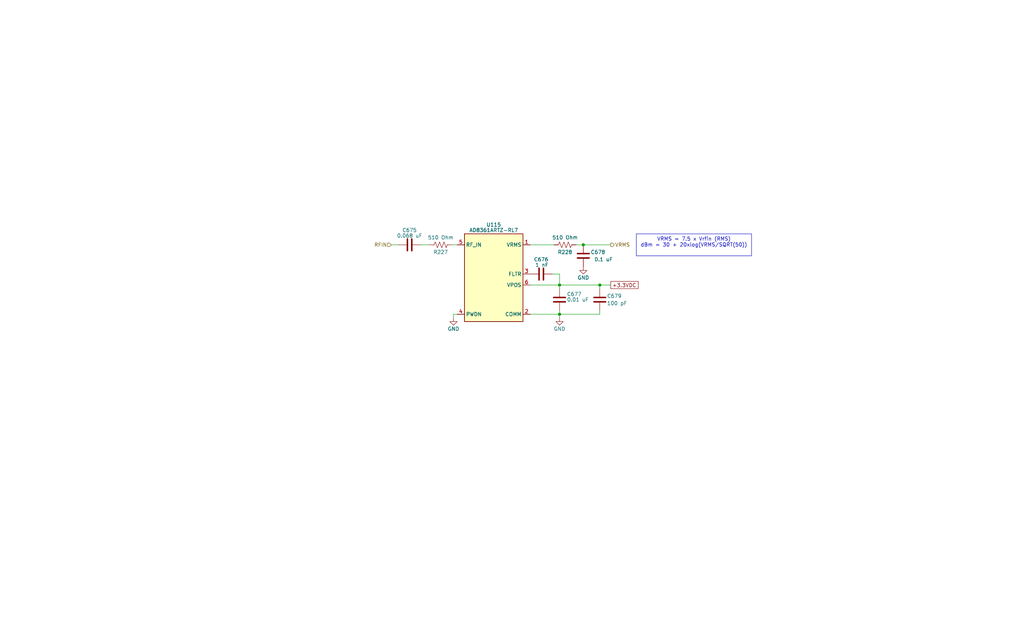
<source format=kicad_sch>
(kicad_sch (version 20231120) (generator "eeschema") (generator_version "8.0")
  (paper "USLegal")
  (title_block (title "LWA ARX  Rev I") (date "2024-11-15") (rev "2.0"))
  (lib_symbols
    (symbol "Device:C" (pin_numbers hide) (pin_names (offset 0.254))
      (property "Reference" "C" (at 0.635 2.54 0))
      (property "Value" "C" (at 0.635 -2.54 0))
      (symbol "C_0_1"
        (polyline (pts (xy -2.032 -0.762) (xy 2.032 -0.762)) (stroke (width 0.508)))
        (polyline (pts (xy -2.032 0.762) (xy 2.032 0.762)) (stroke (width 0.508)))
      )
      (symbol "C_1_1"
        (pin passive line (at 0 3.81 270) (length 2.794) (name "~") (number "1"))
        (pin passive line (at 0 -3.81 90) (length 2.794) (name "~") (number "2"))
      )
    )
    (symbol "Device:R_US" (pin_numbers hide) (pin_names (offset 0))
      (property "Reference" "R" (at 2.54 0 90))
      (property "Value" "R_US" (at -2.54 0 90))
      (symbol "R_US_0_1"
        (polyline (pts (xy 0 -2.286) (xy 0 -2.54)))
        (polyline (pts (xy 0 2.286) (xy 0 2.54)))
        (polyline (pts (xy 0 -0.762) (xy 1.016 -1.143) (xy 0 -1.524) (xy -1.016 -1.905) (xy 0 -2.286)))
        (polyline (pts (xy 0 0.762) (xy 1.016 0.381) (xy 0 0) (xy -1.016 -0.381) (xy 0 -0.762)))
        (polyline (pts (xy 0 2.286) (xy 1.016 1.905) (xy 0 1.524) (xy -1.016 1.143) (xy 0 0.762)))
      )
      (symbol "R_US_1_1"
        (pin passive line (at 0 3.81 270) (length 1.27) (name "~") (number "1"))
        (pin passive line (at 0 -3.81 90) (length 1.27) (name "~") (number "2"))
      )
    )
    (symbol "LWA_RF:AD8361ARTZ-RL7"
      (property "Reference" "U" (at -8.89 19.05 0))
      (property "Value" "AD8361ARTZ-RL7" (at -1.27 16.51 0))
      (symbol "AD8361ARTZ-RL7_0_1"
        (rectangle (start -10.16 15.24) (end 10.16 -15.24) (stroke (width 0.254)) (fill (type background)))
      )
      (symbol "AD8361ARTZ-RL7_1_1"
        (pin output line (at 12.7 11.43 180) (length 2.54) (name "VRMS") (number "1"))
        (pin power_in line (at 12.7 -12.7 180) (length 2.54) (name "COMM") (number "2"))
        (pin input line (at 12.7 1.27 180) (length 2.54) (name "FLTR") (number "3"))
        (pin input line (at -12.7 -12.7 0) (length 2.54) (name "PWDN") (number "4"))
        (pin input line (at -12.7 11.43 0) (length 2.54) (name "RF_IN") (number "5"))
        (pin power_in line (at 12.7 -2.54 180) (length 2.54) (name "VPOS") (number "6"))
      )
    )
    (symbol "power:GND" (power) (pin_names (offset 0))
      (property "Value" "GND" (at 0 -3.81 0))
      (symbol "GND_0_1"
        (polyline (pts (xy 0 0) (xy 0 -1.27) (xy 1.27 -1.27) (xy 0 -2.54) (xy -1.27 -1.27) (xy 0 -1.27)))
      )
      (symbol "GND_1_1"
        (pin power_in line (at 0 0 270) (length 0) hide (name "GND") (number "1"))
      )
    )
  )
  (junction (at 194.31 99.06))
  (junction (at 202.565 85.09))
  (junction (at 194.31 109.22))
  (junction (at 208.28 99.06))
  (wire (pts (xy 194.31 100.33) (xy 194.31 99.06)))
  (wire (pts (xy 135.89 85.09) (xy 138.43 85.09)))
  (wire (pts (xy 194.31 109.22) (xy 194.31 110.49)))
  (wire (pts (xy 202.565 85.09) (xy 212.09 85.09)))
  (wire (pts (xy 184.15 109.22) (xy 194.31 109.22)))
  (wire (pts (xy 194.31 99.06) (xy 208.28 99.06)))
  (wire (pts (xy 208.28 99.06) (xy 212.09 99.06)))
  (wire (pts (xy 200.025 85.09) (xy 202.565 85.09)))
  (wire (pts (xy 208.28 109.22) (xy 194.31 109.22)))
  (wire (pts (xy 194.31 95.25) (xy 194.31 99.06)))
  (wire (pts (xy 158.75 109.22) (xy 157.48 109.22)))
  (wire (pts (xy 157.48 109.22) (xy 157.48 110.49)))
  (wire (pts (xy 191.77 95.25) (xy 194.31 95.25)))
  (wire (pts (xy 208.28 107.95) (xy 208.28 109.22)))
  (wire (pts (xy 208.28 100.33) (xy 208.28 99.06)))
  (wire (pts (xy 146.05 85.09) (xy 149.225 85.09)))
  (wire (pts (xy 184.15 99.06) (xy 194.31 99.06)))
  (wire (pts (xy 156.845 85.09) (xy 158.75 85.09)))
  (wire (pts (xy 194.31 109.22) (xy 194.31 107.95)))
  (wire (pts (xy 184.15 85.09) (xy 192.405 85.09)))
  (text_box "VRMS = 7.5 x Vrfin (RMS)\ndBm = 30 + 20xlog(VRMS/SQRT(50))" (at 220.98 81.28 0) (size 40.005 7.62) (effects (font (size 1.27 1.27)) (justify top)))
  (global_label "+3.3VDC" (shape passive) (at 212.09 99.06 0) (property "Intersheetrefs" "${INTERSHEET_REFS}" (effects (hide yes))))
  (hierarchical_label "RFIN" (shape input) (at 135.89 85.09 180))
  (hierarchical_label "VRMS" (shape output) (at 212.09 85.09 0))
  (symbol (lib_id "power:GND") (at 202.565 92.71 0) (mirror y) (unit 1)
    (property "Reference" "#PWR0663" (effects (hide yes)))
    (property "Value" "GND" (at 202.565 96.52 0))
    (instances (project "ARX" (path "" (reference "#PWR0663") (unit 1)) (path "" (reference "#PWR0698") (unit 1)) (path "" (reference "#PWR0502") (unit 1)) (path "" (reference "#PWR0537") (unit 1)) (path "" (reference "#PWR0824") (unit 1)) (path "" (reference "#PWR0859") (unit 1)) (path "" (reference "#PWR0985") (unit 1)) (path "" (reference "#PWR01020") (unit 1)) (path "" (reference "#PWR01146") (unit 1)) (path "" (reference "#PWR01181") (unit 1)) (path "" (reference "#PWR0341") (unit 1)) (path "" (reference "#PWR0376") (unit 1)) (path "" (reference "#PWR0166") (unit 1)) (path "" (reference "#PWR098") (unit 1)) (path "" (reference "#PWR01307") (unit 1)) (path "" (reference "#PWR01342") (unit 1))))
  )
  (symbol (lib_id "Device:C") (at 208.28 104.14 180) (unit 1)
    (property "Reference" "C679" (at 215.9 102.87 0) (effects (justify left)))
    (property "Value" "100 pF" (at 217.805 105.41 0) (effects (justify left)))
    (property "Footprint" "LWA RF:C_1206_3216Metric_Pad1.6x1.8mm" (effects (hide yes)))
    (property "Datasheet" "https://connect.kemet.com:7667/gateway/IntelliData-ComponentDocumentation/1.0/download/datasheet/C1206X101KDRAC7800" (effects (hide yes)))
    (property "Description" "CAP CER 100PF 1KV X7R 1206" (effects (hide yes)))
    (property "MPN" "C1206X101KDRACTU" (effects (hide yes)))
    (property "MFGR" "KEMET" (effects (hide yes)))
    (property "Tolerance" "10%" (effects (hide yes)))
    (property "Power" "NA" (effects (hide yes)))
    (property "Voltage Rating" "250 V" (effects (hide yes)))
    (property "Unit Cost" "0.47" (effects (hide yes)))
    (property "Stock" "4236" (effects (hide yes)))
    (property "Stock Date" "06/20/2024" (effects (hide yes)))
    (property "Desc" "CAP CER 100PF 1KV X7R 1206" (effects (hide yes)))
    (property "Voltage" "1 kV" (effects (hide yes)))
    (property "Temp Coeff" "X7R" (effects (hide yes)))
    (property "MPN2" "C1206X101KDRAC7800" (effects (hide yes)))
    (instances (project "ARX" (path "" (reference "C679") (unit 1)) (path "" (reference "C717") (unit 1)) (path "" (reference "C510") (unit 1)) (path "" (reference "C548") (unit 1)) (path "" (reference "C848") (unit 1)) (path "" (reference "C886") (unit 1)) (path "" (reference "C1017") (unit 1)) (path "" (reference "C1055") (unit 1)) (path "" (reference "C1186") (unit 1)) (path "" (reference "C1224") (unit 1)) (path "" (reference "C341") (unit 1)) (path "" (reference "C379") (unit 1)) (path "" (reference "C148") (unit 1)) (path "" (reference "C77") (unit 1)) (path "" (reference "C1355") (unit 1)) (path "" (reference "C1393") (unit 1))))
  )
  (symbol (lib_id "LWA_RF:AD8361ARTZ-RL7") (at 171.45 96.52 0) (unit 1)
    (property "Reference" "U115" (at 171.45 78.105 0))
    (property "Value" "AD8361ARTZ-RL7" (at 171.45 80.01 0))
    (property "Footprint" "Package_TO_SOT_SMD:SOT-23-6" (effects (hide yes)))
    (property "Datasheet" "https://www.analog.com/media/en/technical-documentation/data-sheets/AD8361.pdf" (effects (hide yes)))
    (property "Description" "IC RF DETECT 100MHZ-2.5GHZ SOT23" (effects (hide yes)))
    (property "MFGR" "DNI" (effects (hide yes)))
    (property "MPN" "DNI" (effects (hide yes)))
    (property "Unit Cost" "0.00" (effects (hide yes)))
    (property "Stock" "12578" (effects (hide yes)))
    (property "Stock Date" "11/23/2023" (effects (hide yes)))
    (property "Desc" "IC RF DETECT 100MHZ-2.5GHZ SOT23" (effects (hide yes)))
    (property "MPN2" "Analog Devices Inc. / AD8361ARTZ-RL7 / Unit Cost: $8.84" (effects (hide yes)))
    (instances (project "ARX" (path "" (reference "U115") (unit 1)) (path "" (reference "U117") (unit 1)) (path "" (reference "U88") (unit 1)) (path "" (reference "U90") (unit 1)) (path "" (reference "U142") (unit 1)) (path "" (reference "U144") (unit 1)) (path "" (reference "U169") (unit 1)) (path "" (reference "U171") (unit 1)) (path "" (reference "U196") (unit 1)) (path "" (reference "U198") (unit 1)) (path "" (reference "U61") (unit 1)) (path "" (reference "U63") (unit 1)) (path "" (reference "U30") (unit 1)) (path "" (reference "U18") (unit 1)) (path "" (reference "U223") (unit 1)) (path "" (reference "U225") (unit 1))))
  )
  (symbol (lib_id "Device:C") (at 142.24 85.09 90) (mirror x) (unit 1)
    (property "Reference" "C675" (at 144.78 80.01 90) (effects (justify left)))
    (property "Value" "0.068 uF" (at 146.685 81.915 90) (effects (justify left)))
    (property "Footprint" "Capacitor_SMD:C_0805_2012Metric_Pad1.18x1.45mm_HandSolder" (effects (hide yes)))
    (property "Datasheet" "https://www.mouser.com/datasheet/2/281/1/GCM21BR71H683KA37_01A-3145900.pdf" (effects (hide yes)))
    (property "Description" "CAP CER 0.068UF 50V X7R 0805" (effects (hide yes)))
    (property "MFGR" "DNI" (effects (hide yes)))
    (property "MPN" "DNI" (effects (hide yes)))
    (property "Tolerance" "10%" (effects (hide yes)))
    (property "Voltage Rating" "50V" (effects (hide yes)))
    (property "Temp Coeff" "X7R" (effects (hide yes)))
    (property "Power" "NA" (effects (hide yes)))
    (property "Unit Cost" "0.0" (effects (hide yes)))
    (property "Stock" "10072" (effects (hide yes)))
    (property "Stock Date" "10/13/2023" (effects (hide yes)))
    (property "Desc" "CAP CER 0.068UF 50V X7R 0805" (effects (hide yes)))
    (property "MPN2" "Murata Electronics / GCM21BR71H683KA37L / Unit Cost:  $0.10" (effects (hide yes)))
    (instances (project "ARX" (path "" (reference "C675") (unit 1)) (path "" (reference "C713") (unit 1)) (path "" (reference "C506") (unit 1)) (path "" (reference "C544") (unit 1)) (path "" (reference "C844") (unit 1)) (path "" (reference "C882") (unit 1)) (path "" (reference "C1013") (unit 1)) (path "" (reference "C1051") (unit 1)) (path "" (reference "C1182") (unit 1)) (path "" (reference "C1220") (unit 1)) (path "" (reference "C337") (unit 1)) (path "" (reference "C375") (unit 1)) (path "" (reference "C144") (unit 1)) (path "" (reference "C73") (unit 1)) (path "" (reference "C1351") (unit 1)) (path "" (reference "C1389") (unit 1))))
  )
  (symbol (lib_id "Device:R_US") (at 196.215 85.09 270) (unit 1)
    (property "Reference" "R228" (at 196.215 87.63 90))
    (property "Value" "510 Ohm" (at 196.215 82.55 90))
    (property "Footprint" "Resistor_SMD:R_0805_2012Metric_Pad1.20x1.40mm_HandSolder" (effects (hide yes)))
    (property "Datasheet" "https://www.yageo.com/upload/media/product/app/datasheet/rchip/pyu-rc_group_51_rohs_l.pdf" (effects (hide yes)))
    (property "Description" "RES 510 OHM 1% 1/8W 0805" (effects (hide yes)))
    (property "MFGR" "YAGEO" (effects (hide yes)))
    (property "MPN" "RC0805FR-07510RL" (effects (hide yes)))
    (property "Tolerance" "1%" (effects (hide yes)))
    (property "Power" "0.125 W" (effects (hide yes)))
    (property "Temp Coeff" "NA" (effects (hide yes)))
    (property "Voltage Rating" "150 V" (effects (hide yes)))
    (property "Unit Cost" "0.1" (effects (hide yes)))
    (property "Stock" "101449" (effects (hide yes)))
    (property "Stock Date" "10/13/2023" (effects (hide yes)))
    (property "Desc" "RES 510 OHM 1% 1/8W 0805" (effects (hide yes)))
    (instances (project "ARX" (path "" (reference "R228") (unit 1)) (path "" (reference "R237") (unit 1)) (path "" (reference "R184") (unit 1)) (path "" (reference "R193") (unit 1)) (path "" (reference "R272") (unit 1)) (path "" (reference "R281") (unit 1)) (path "" (reference "R316") (unit 1)) (path "" (reference "R325") (unit 1)) (path "" (reference "R360") (unit 1)) (path "" (reference "R369") (unit 1)) (path "" (reference "R140") (unit 1)) (path "" (reference "R149") (unit 1)) (path "" (reference "R50") (unit 1)) (path "" (reference "R30") (unit 1)) (path "" (reference "R404") (unit 1)) (path "" (reference "R413") (unit 1))))
  )
  (symbol (lib_id "power:GND") (at 157.48 110.49 0) (unit 1)
    (property "Reference" "#PWR0661" (effects (hide yes)))
    (property "Value" "GND" (at 157.48 114.3 0))
    (instances (project "ARX" (path "" (reference "#PWR0661") (unit 1)) (path "" (reference "#PWR0696") (unit 1)) (path "" (reference "#PWR0500") (unit 1)) (path "" (reference "#PWR0535") (unit 1)) (path "" (reference "#PWR0822") (unit 1)) (path "" (reference "#PWR0857") (unit 1)) (path "" (reference "#PWR0983") (unit 1)) (path "" (reference "#PWR01018") (unit 1)) (path "" (reference "#PWR01144") (unit 1)) (path "" (reference "#PWR01179") (unit 1)) (path "" (reference "#PWR0339") (unit 1)) (path "" (reference "#PWR0374") (unit 1)) (path "" (reference "#PWR0164") (unit 1)) (path "" (reference "#PWR096") (unit 1)) (path "" (reference "#PWR01305") (unit 1)) (path "" (reference "#PWR01340") (unit 1))))
  )
  (symbol (lib_id "Device:C") (at 187.96 95.25 90) (mirror x) (unit 1)
    (property "Reference" "C676" (at 190.5 90.17 90) (effects (justify left)))
    (property "Value" "1 nF" (at 190.5 92.075 90) (effects (justify left)))
    (property "Footprint" "Capacitor_SMD:C_0805_2012Metric_Pad1.18x1.45mm_HandSolder" (effects (hide yes)))
    (property "Datasheet" "https://datasheets.kyocera-avx.com/KGM_X7R.pdf" (effects (hide yes)))
    (property "MFGR" "KYOCERA AVX" (effects (hide yes)))
    (property "MPN" "KGM21NR71H102KT" (effects (hide yes)))
    (property "Tolerance" "10%" (effects (hide yes)))
    (property "Voltage Rating" "50V" (effects (hide yes)))
    (property "Temp Coeff" "X7R" (effects (hide yes)))
    (property "Power" "NA" (effects (hide yes)))
    (property "Unit Cost" "0.10" (effects (hide yes)))
    (property "Stock" "374590" (effects (hide yes)))
    (property "Stock Date" "09/17/2023" (effects (hide yes)))
    (property "Desc" "CAP CER 1000PF 50V X7R 0805" (effects (hide yes)))
    (instances (project "ARX" (path "" (reference "C676") (unit 1)) (path "" (reference "C714") (unit 1)) (path "" (reference "C507") (unit 1)) (path "" (reference "C545") (unit 1)) (path "" (reference "C845") (unit 1)) (path "" (reference "C883") (unit 1)) (path "" (reference "C1014") (unit 1)) (path "" (reference "C1052") (unit 1)) (path "" (reference "C1183") (unit 1)) (path "" (reference "C1221") (unit 1)) (path "" (reference "C338") (unit 1)) (path "" (reference "C376") (unit 1)) (path "" (reference "C145") (unit 1)) (path "" (reference "C74") (unit 1)) (path "" (reference "C1352") (unit 1)) (path "" (reference "C1390") (unit 1))))
  )
  (symbol (lib_id "Device:R_US") (at 153.035 85.09 270) (unit 1)
    (property "Reference" "R227" (at 153.035 87.63 90))
    (property "Value" "510 Ohm" (at 153.035 82.55 90))
    (property "Footprint" "Resistor_SMD:R_0805_2012Metric_Pad1.20x1.40mm_HandSolder" (effects (hide yes)))
    (property "Datasheet" "https://www.yageo.com/upload/media/product/app/datasheet/rchip/pyu-rc_group_51_rohs_l.pdf" (effects (hide yes)))
    (property "Description" "RES 510 OHM 1% 1/8W 0805" (effects (hide yes)))
    (property "MFGR" "YAGEO" (effects (hide yes)))
    (property "MPN" "RC0805FR-07510RL" (effects (hide yes)))
    (property "Tolerance" "1%" (effects (hide yes)))
    (property "Power" "0.125 W" (effects (hide yes)))
    (property "Temp Coeff" "NA" (effects (hide yes)))
    (property "Voltage Rating" "150 V" (effects (hide yes)))
    (property "Unit Cost" "0.1" (effects (hide yes)))
    (property "Stock" "101449" (effects (hide yes)))
    (property "Stock Date" "10/13/2023" (effects (hide yes)))
    (property "Desc" "RES 510 OHM 1% 1/8W 0805" (effects (hide yes)))
    (instances (project "ARX" (path "" (reference "R227") (unit 1)) (path "" (reference "R236") (unit 1)) (path "" (reference "R183") (unit 1)) (path "" (reference "R192") (unit 1)) (path "" (reference "R271") (unit 1)) (path "" (reference "R280") (unit 1)) (path "" (reference "R315") (unit 1)) (path "" (reference "R324") (unit 1)) (path "" (reference "R359") (unit 1)) (path "" (reference "R368") (unit 1)) (path "" (reference "R136") (unit 1)) (path "" (reference "R148") (unit 1)) (path "" (reference "R49") (unit 1)) (path "" (reference "R29") (unit 1)) (path "" (reference "R403") (unit 1)) (path "" (reference "R412") (unit 1))))
  )
  (symbol (lib_id "Device:C") (at 194.31 104.14 0) (mirror x) (unit 1)
    (property "Reference" "C677" (at 196.85 102.235 0) (effects (justify left)))
    (property "Value" "0.01 uF" (at 196.85 104.14 0) (effects (justify left)))
    (property "Footprint" "Capacitor_SMD:C_0805_2012Metric_Pad1.18x1.45mm_HandSolder" (effects (hide yes)))
    (property "Datasheet" "https://datasheets.kyocera-avx.com/KGM_X7R.pdf" (effects (hide yes)))
    (property "MFGR" "YAGEO" (effects (hide yes)))
    (property "MPN" "CC0805KRX7R9BB103" (effects (hide yes)))
    (property "Tolerance" "10%" (effects (hide yes)))
    (property "Voltage Rating" "50V" (effects (hide yes)))
    (property "Temp Coeff" "X7R" (effects (hide yes)))
    (property "Power" "NA" (effects (hide yes)))
    (property "Unit Cost" "0.10" (effects (hide yes)))
    (property "Stock" "1007451" (effects (hide yes)))
    (property "Stock Date" "10/13/2023" (effects (hide yes)))
    (property "Desc" "CAP CER 10000PF 50V X7R 0805" (effects (hide yes)))
    (property "Q typ" "CAP CER 10000PF 50V X7R 0805" (effects (hide yes)))
    (instances (project "ARX" (path "" (reference "C677") (unit 1)) (path "" (reference "C715") (unit 1)) (path "" (reference "C508") (unit 1)) (path "" (reference "C546") (unit 1)) (path "" (reference "C846") (unit 1)) (path "" (reference "C884") (unit 1)) (path "" (reference "C1015") (unit 1)) (path "" (reference "C1053") (unit 1)) (path "" (reference "C1184") (unit 1)) (path "" (reference "C1222") (unit 1)) (path "" (reference "C339") (unit 1)) (path "" (reference "C377") (unit 1)) (path "" (reference "C146") (unit 1)) (path "" (reference "C75") (unit 1)) (path "" (reference "C1353") (unit 1)) (path "" (reference "C1391") (unit 1))))
  )
  (symbol (lib_id "power:GND") (at 194.31 110.49 0) (mirror y) (unit 1)
    (property "Reference" "#PWR0662" (effects (hide yes)))
    (property "Value" "GND" (at 194.31 114.3 0))
    (instances (project "ARX" (path "" (reference "#PWR0662") (unit 1)) (path "" (reference "#PWR0697") (unit 1)) (path "" (reference "#PWR0501") (unit 1)) (path "" (reference "#PWR0536") (unit 1)) (path "" (reference "#PWR0823") (unit 1)) (path "" (reference "#PWR0858") (unit 1)) (path "" (reference "#PWR0984") (unit 1)) (path "" (reference "#PWR01019") (unit 1)) (path "" (reference "#PWR01145") (unit 1)) (path "" (reference "#PWR01180") (unit 1)) (path "" (reference "#PWR0340") (unit 1)) (path "" (reference "#PWR0375") (unit 1)) (path "" (reference "#PWR0165") (unit 1)) (path "" (reference "#PWR097") (unit 1)) (path "" (reference "#PWR01306") (unit 1)) (path "" (reference "#PWR01341") (unit 1))))
  )
  (symbol (lib_id "Device:C") (at 202.565 88.9 0) (mirror x) (unit 1)
    (property "Reference" "C678" (at 205.105 87.63 0) (effects (justify left)))
    (property "Value" "0.1 uF" (at 206.375 90.17 0) (effects (justify left)))
    (property "Footprint" "Capacitor_SMD:C_0805_2012Metric_Pad1.18x1.45mm_HandSolder" (effects (hide yes)))
    (property "Datasheet" "https://www.yageo.com/upload/media/product/productsearch/datasheet/mlcc/UPY-GPHC_X7R_6.3V-to-50V_18.pdf" (effects (hide yes)))
    (property "MFGR" "Yageo" (effects (hide yes)))
    (property "MPN" "CC0805KRX7R8BB104" (effects (hide yes)))
    (property "Tolerance" "10%" (effects (hide yes)))
    (property "Voltage Rating" "25 V" (effects (hide yes)))
    (property "Temp Coeff" "X7R" (effects (hide yes)))
    (property "Power" "NA" (effects (hide yes)))
    (property "Unit Cost" "0.14" (effects (hide yes)))
    (property "Stock" "297406" (effects (hide yes)))
    (property "Stock Date" "11/23/2023" (effects (hide yes)))
    (property "Desc" "CAP CER 0.1UF 25V X7R 0805" (effects (hide yes)))
    (instances (project "ARX" (path "" (reference "C678") (unit 1)) (path "" (reference "C716") (unit 1)) (path "" (reference "C509") (unit 1)) (path "" (reference "C547") (unit 1)) (path "" (reference "C847") (unit 1)) (path "" (reference "C885") (unit 1)) (path "" (reference "C1016") (unit 1)) (path "" (reference "C1054") (unit 1)) (path "" (reference "C1185") (unit 1)) (path "" (reference "C1223") (unit 1)) (path "" (reference "C340") (unit 1)) (path "" (reference "C378") (unit 1)) (path "" (reference "C147") (unit 1)) (path "" (reference "C76") (unit 1)) (path "" (reference "C1354") (unit 1)) (path "" (reference "C1392") (unit 1))))
  )
)
</source>
